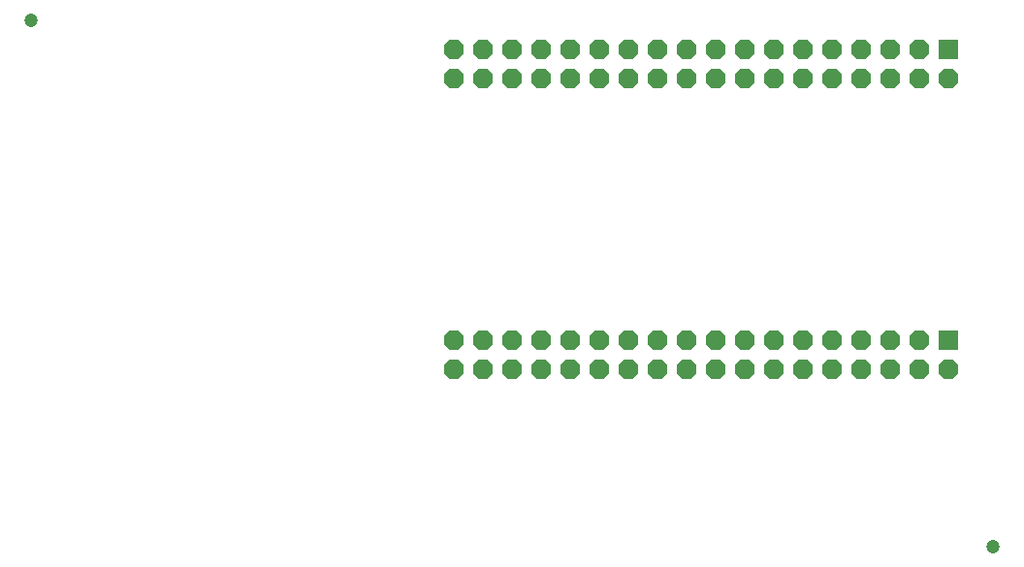
<source format=gbr>
G04 EAGLE Gerber RS-274X export*
G75*
%MOMM*%
%FSLAX34Y34*%
%LPD*%
%INSoldermask Bottom*%
%IPPOS*%
%AMOC8*
5,1,8,0,0,1.08239X$1,22.5*%
G01*
%ADD10C,1.203200*%
%ADD11R,1.727200X1.727200*%
%ADD12P,1.869504X8X202.500000*%


D10*
X20000Y490000D03*
X860000Y30000D03*
D11*
X820900Y464700D03*
D12*
X820900Y439300D03*
X795500Y464700D03*
X795500Y439300D03*
X770100Y464700D03*
X770100Y439300D03*
X744700Y464700D03*
X744700Y439300D03*
X719300Y464700D03*
X719300Y439300D03*
X693900Y464700D03*
X693900Y439300D03*
X668500Y464700D03*
X668500Y439300D03*
X643100Y464700D03*
X643100Y439300D03*
X617700Y464700D03*
X617700Y439300D03*
X592300Y464700D03*
X592300Y439300D03*
X566900Y464700D03*
X566900Y439300D03*
X541500Y464700D03*
X541500Y439300D03*
X516100Y464700D03*
X516100Y439300D03*
X490700Y464700D03*
X490700Y439300D03*
X465300Y464700D03*
X465300Y439300D03*
X439900Y464700D03*
X439900Y439300D03*
X414500Y464700D03*
X414500Y439300D03*
X389100Y464700D03*
X389100Y439300D03*
D11*
X820900Y210700D03*
D12*
X820900Y185300D03*
X795500Y210700D03*
X795500Y185300D03*
X770100Y210700D03*
X770100Y185300D03*
X744700Y210700D03*
X744700Y185300D03*
X719300Y210700D03*
X719300Y185300D03*
X693900Y210700D03*
X693900Y185300D03*
X668500Y210700D03*
X668500Y185300D03*
X643100Y210700D03*
X643100Y185300D03*
X617700Y210700D03*
X617700Y185300D03*
X592300Y210700D03*
X592300Y185300D03*
X566900Y210700D03*
X566900Y185300D03*
X541500Y210700D03*
X541500Y185300D03*
X516100Y210700D03*
X516100Y185300D03*
X490700Y210700D03*
X490700Y185300D03*
X465300Y210700D03*
X465300Y185300D03*
X439900Y210700D03*
X439900Y185300D03*
X414500Y210700D03*
X414500Y185300D03*
X389100Y210700D03*
X389100Y185300D03*
M02*

</source>
